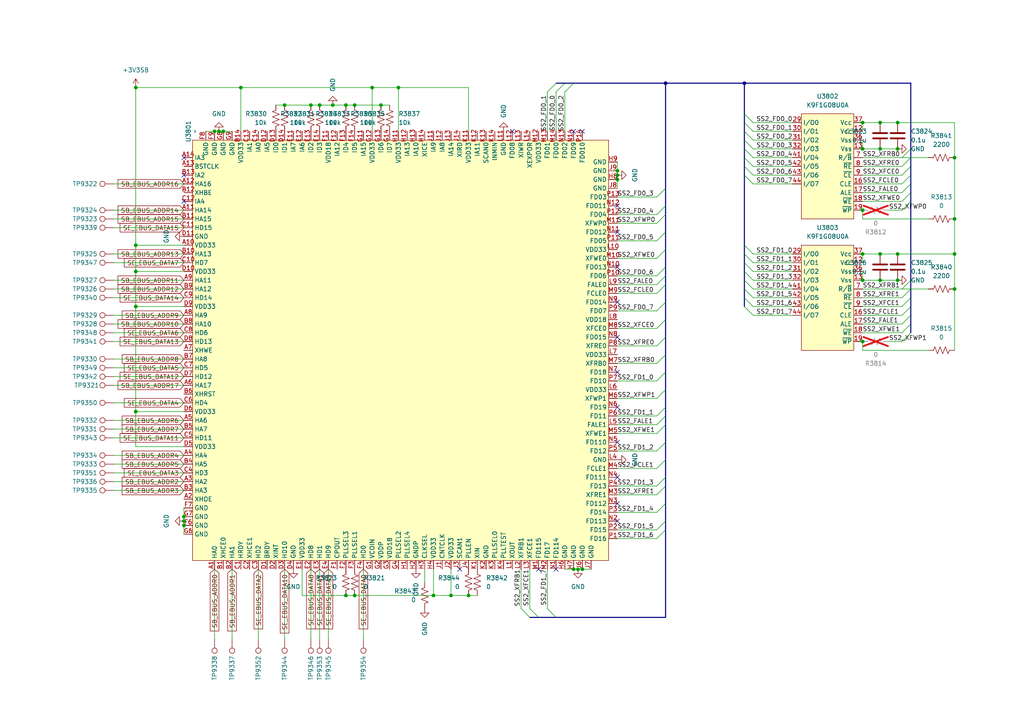
<source format=kicad_sch>
(kicad_sch (version 20231120) (generator "eeschema") (generator_version "8.0")
  (paper "A4")
  (junction (at 53.34 151.13))
  (junction (at 250.19 35.56))
  (junction (at 39.37 119.38))
  (junction (at 96.52 30.48))
  (junction (at 39.37 88.9))
  (junction (at 276.86 83.82))
  (junction (at 250.19 73.66))
  (junction (at 179.07 50.8))
  (junction (at 39.37 25.4))
  (junction (at 64.77 38.1))
  (junction (at 250.19 99.06))
  (junction (at 110.49 30.48))
  (junction (at 276.86 45.72))
  (junction (at 167.64 165.1))
  (junction (at 179.07 49.53))
  (junction (at 100.33 30.48))
  (junction (at 69.85 25.4))
  (junction (at 260.35 73.66))
  (junction (at 107.95 25.4))
  (junction (at 82.55 30.48))
  (junction (at 255.27 43.18))
  (junction (at 260.35 43.18))
  (junction (at 130.81 172.72))
  (junction (at 63.5 38.1))
  (junction (at 62.23 38.1))
  (junction (at 115.57 25.4))
  (junction (at 39.37 71.12))
  (junction (at 92.71 30.48))
  (junction (at 102.87 172.72))
  (junction (at 53.34 152.4))
  (junction (at 215.9 24.13))
  (junction (at 250.19 81.28))
  (junction (at 193.04 24.13))
  (junction (at 100.33 172.72))
  (junction (at 125.73 172.72))
  (junction (at 168.91 165.1))
  (junction (at 39.37 78.74))
  (junction (at 90.17 30.48))
  (junction (at 255.27 73.66))
  (junction (at 255.27 81.28))
  (junction (at 260.35 81.28))
  (junction (at 135.89 172.72))
  (junction (at 53.34 149.86))
  (junction (at 166.37 165.1))
  (junction (at 102.87 30.48))
  (junction (at 260.35 35.56))
  (junction (at 276.86 63.5))
  (junction (at 255.27 35.56))
  (junction (at 276.86 73.66))
  (junction (at 179.07 52.07))
  (junction (at 250.19 43.18))
  (junction (at 250.19 60.96))
  (no_connect (at 179.07 146.05))
  (no_connect (at 179.07 138.43))
  (no_connect (at 166.37 38.1))
  (no_connect (at 179.07 128.27))
  (no_connect (at 179.07 87.63))
  (no_connect (at 179.07 118.11))
  (no_connect (at 179.07 77.47))
  (no_connect (at 168.91 38.1))
  (no_connect (at 179.07 97.79))
  (no_connect (at 53.34 45.72))
  (no_connect (at 156.21 165.1))
  (no_connect (at 53.34 58.42))
  (no_connect (at 148.59 38.1))
  (no_connect (at 179.07 107.95))
  (no_connect (at 179.07 59.69))
  (no_connect (at 133.35 165.1))
  (no_connect (at 161.29 165.1))
  (no_connect (at 179.07 67.31))
  (no_connect (at 53.34 50.8))
  (no_connect (at 179.07 151.13))
  (bus_entry (at 166.37 24.13) (size -2.54 2.54))
  (bus_entry (at 215.9 35.56) (size 2.54 2.54))
  (bus_entry (at 193.04 54.61) (size -2.54 2.54))
  (bus_entry (at 193.04 133.35) (size -2.54 2.54))
  (bus_entry (at 264.16 58.42) (size -2.54 2.54))
  (bus_entry (at 151.13 176.53) (size 2.54 2.54))
  (bus_entry (at 193.04 107.95) (size -2.54 2.54))
  (bus_entry (at 193.04 120.65) (size -2.54 2.54))
  (bus_entry (at 264.16 43.18) (size -2.54 2.54))
  (bus_entry (at 153.67 176.53) (size 2.54 2.54))
  (bus_entry (at 264.16 86.36) (size -2.54 2.54))
  (bus_entry (at 193.04 97.79) (size -2.54 2.54))
  (bus_entry (at 264.16 50.8) (size -2.54 2.54))
  (bus_entry (at 193.04 72.39) (size -2.54 2.54))
  (bus_entry (at 193.04 67.31) (size -2.54 2.54))
  (bus_entry (at 193.04 118.11) (size -2.54 2.54))
  (bus_entry (at 193.04 80.01) (size -2.54 2.54))
  (bus_entry (at 264.16 45.72) (size -2.54 2.54))
  (bus_entry (at 264.16 96.52) (size -2.54 2.54))
  (bus_entry (at 193.04 82.55) (size -2.54 2.54))
  (bus_entry (at 193.04 153.67) (size -2.54 2.54))
  (bus_entry (at 193.04 77.47) (size -2.54 2.54))
  (bus_entry (at 215.9 83.82) (size 2.54 2.54))
  (bus_entry (at 193.04 59.69) (size -2.54 2.54))
  (bus_entry (at 215.9 88.9) (size 2.54 2.54))
  (bus_entry (at 215.9 71.12) (size 2.54 2.54))
  (bus_entry (at 193.04 123.19) (size -2.54 2.54))
  (bus_entry (at 215.9 38.1) (size 2.54 2.54))
  (bus_entry (at 215.9 73.66) (size 2.54 2.54))
  (bus_entry (at 264.16 55.88) (size -2.54 2.54))
  (bus_entry (at 193.04 151.13) (size -2.54 2.54))
  (bus_entry (at 193.04 92.71) (size -2.54 2.54))
  (bus_entry (at 193.04 146.05) (size -2.54 2.54))
  (bus_entry (at 215.9 78.74) (size 2.54 2.54))
  (bus_entry (at 264.16 93.98) (size -2.54 2.54))
  (bus_entry (at 215.9 50.8) (size 2.54 2.54))
  (bus_entry (at 215.9 43.18) (size 2.54 2.54))
  (bus_entry (at 215.9 48.26) (size 2.54 2.54))
  (bus_entry (at 193.04 113.03) (size -2.54 2.54))
  (bus_entry (at 264.16 83.82) (size -2.54 2.54))
  (bus_entry (at 264.16 91.44) (size -2.54 2.54))
  (bus_entry (at 193.04 62.23) (size -2.54 2.54))
  (bus_entry (at 193.04 128.27) (size -2.54 2.54))
  (bus_entry (at 215.9 76.2) (size 2.54 2.54))
  (bus_entry (at 264.16 88.9) (size -2.54 2.54))
  (bus_entry (at 264.16 53.34) (size -2.54 2.54))
  (bus_entry (at 161.29 24.13) (size -2.54 2.54))
  (bus_entry (at 193.04 102.87) (size -2.54 2.54))
  (bus_entry (at 215.9 33.02) (size 2.54 2.54))
  (bus_entry (at 163.83 24.13) (size -2.54 2.54))
  (bus_entry (at 193.04 140.97) (size -2.54 2.54))
  (bus_entry (at 264.16 81.28) (size -2.54 2.54))
  (bus_entry (at 264.16 48.26) (size -2.54 2.54))
  (bus_entry (at 215.9 86.36) (size 2.54 2.54))
  (bus_entry (at 193.04 87.63) (size -2.54 2.54))
  (bus_entry (at 215.9 45.72) (size 2.54 2.54))
  (bus_entry (at 215.9 40.64) (size 2.54 2.54))
  (bus_entry (at 215.9 81.28) (size 2.54 2.54))
  (bus_entry (at 193.04 138.43) (size -2.54 2.54))
  (bus_entry (at 158.75 176.53) (size 2.54 2.54))
  (bus (pts (xy 264.16 48.26) (xy 264.16 50.8)))
  (bus (pts (xy 193.04 138.43) (xy 193.04 140.97)))
  (wire (pts (xy 179.07 54.61) (xy 179.07 52.07)))
  (wire (pts (xy 64.77 38.1) (xy 63.5 38.1)))
  (wire (pts (xy 250.19 88.9) (xy 261.62 88.9)))
  (wire (pts (xy 250.19 40.64) (xy 250.19 43.18)))
  (wire (pts (xy 179.07 50.8) (xy 179.07 49.53)))
  (wire (pts (xy 250.19 63.5) (xy 269.24 63.5)))
  (wire (pts (xy 102.87 30.48) (xy 110.49 30.48)))
  (bus (pts (xy 215.9 35.56) (xy 215.9 33.02)))
  (wire (pts (xy 82.55 185.42) (xy 82.55 165.1)))
  (wire (pts (xy 33.02 111.76) (xy 53.34 111.76)))
  (wire (pts (xy 179.07 123.19) (xy 190.5 123.19)))
  (wire (pts (xy 105.41 185.42) (xy 105.41 165.1)))
  (bus (pts (xy 193.04 102.87) (xy 193.04 107.95)))
  (wire (pts (xy 95.25 185.42) (xy 95.25 165.1)))
  (bus (pts (xy 193.04 59.69) (xy 193.04 62.23)))
  (bus (pts (xy 215.9 45.72) (xy 215.9 43.18)))
  (bus (pts (xy 193.04 72.39) (xy 193.04 77.47)))
  (wire (pts (xy 33.02 66.04) (xy 53.34 66.04)))
  (wire (pts (xy 33.02 139.7) (xy 53.34 139.7)))
  (wire (pts (xy 250.19 55.88) (xy 261.62 55.88)))
  (bus (pts (xy 193.04 133.35) (xy 193.04 138.43)))
  (wire (pts (xy 125.73 172.72) (xy 125.73 165.1)))
  (bus (pts (xy 215.9 78.74) (xy 215.9 76.2)))
  (bus (pts (xy 193.04 151.13) (xy 193.04 153.67)))
  (wire (pts (xy 163.83 38.1) (xy 163.83 26.67)))
  (bus (pts (xy 193.04 82.55) (xy 193.04 87.63)))
  (wire (pts (xy 135.89 38.1) (xy 135.89 25.4)))
  (bus (pts (xy 193.04 118.11) (xy 193.04 120.65)))
  (wire (pts (xy 39.37 25.4) (xy 39.37 71.12)))
  (wire (pts (xy 218.44 53.34) (xy 229.87 53.34)))
  (wire (pts (xy 115.57 25.4) (xy 107.95 25.4)))
  (wire (pts (xy 107.95 38.1) (xy 107.95 25.4)))
  (wire (pts (xy 123.19 165.1) (xy 123.19 168.91)))
  (wire (pts (xy 33.02 86.36) (xy 53.34 86.36)))
  (wire (pts (xy 100.33 30.48) (xy 102.87 30.48)))
  (wire (pts (xy 218.44 86.36) (xy 229.87 86.36)))
  (wire (pts (xy 179.07 52.07) (xy 179.07 50.8)))
  (wire (pts (xy 53.34 151.13) (xy 53.34 152.4)))
  (wire (pts (xy 179.07 49.53) (xy 179.07 46.99)))
  (bus (pts (xy 166.37 24.13) (xy 193.04 24.13)))
  (wire (pts (xy 218.44 83.82) (xy 229.87 83.82)))
  (wire (pts (xy 250.19 101.6) (xy 250.19 99.06)))
  (wire (pts (xy 261.62 45.72) (xy 264.16 45.72)))
  (wire (pts (xy 257.81 60.96) (xy 261.62 60.96)))
  (wire (pts (xy 67.31 38.1) (xy 64.77 38.1)))
  (bus (pts (xy 193.04 87.63) (xy 193.04 92.71)))
  (wire (pts (xy 218.44 91.44) (xy 229.87 91.44)))
  (wire (pts (xy 167.64 165.1) (xy 168.91 165.1)))
  (wire (pts (xy 179.07 140.97) (xy 190.5 140.97)))
  (wire (pts (xy 179.07 85.09) (xy 190.5 85.09)))
  (bus (pts (xy 193.04 62.23) (xy 193.04 67.31)))
  (bus (pts (xy 193.04 24.13) (xy 193.04 54.61)))
  (bus (pts (xy 193.04 128.27) (xy 193.04 133.35)))
  (wire (pts (xy 250.19 91.44) (xy 261.62 91.44)))
  (wire (pts (xy 53.34 147.32) (xy 53.34 149.86)))
  (bus (pts (xy 264.16 83.82) (xy 264.16 86.36)))
  (bus (pts (xy 264.16 58.42) (xy 264.16 81.28)))
  (wire (pts (xy 179.07 156.21) (xy 190.5 156.21)))
  (wire (pts (xy 255.27 81.28) (xy 260.35 81.28)))
  (wire (pts (xy 33.02 127) (xy 53.34 127)))
  (wire (pts (xy 179.07 90.17) (xy 190.5 90.17)))
  (wire (pts (xy 33.02 83.82) (xy 53.34 83.82)))
  (wire (pts (xy 218.44 40.64) (xy 229.87 40.64)))
  (wire (pts (xy 179.07 120.65) (xy 190.5 120.65)))
  (bus (pts (xy 161.29 24.13) (xy 163.83 24.13)))
  (bus (pts (xy 153.67 179.07) (xy 156.21 179.07)))
  (bus (pts (xy 193.04 67.31) (xy 193.04 72.39)))
  (wire (pts (xy 90.17 30.48) (xy 92.71 30.48)))
  (bus (pts (xy 215.9 88.9) (xy 215.9 86.36)))
  (wire (pts (xy 69.85 25.4) (xy 39.37 25.4)))
  (wire (pts (xy 33.02 76.2) (xy 53.34 76.2)))
  (wire (pts (xy 62.23 185.42) (xy 62.23 165.1)))
  (bus (pts (xy 215.9 71.12) (xy 215.9 50.8)))
  (wire (pts (xy 74.93 185.42) (xy 74.93 165.1)))
  (wire (pts (xy 92.71 185.42) (xy 92.71 165.1)))
  (bus (pts (xy 264.16 86.36) (xy 264.16 88.9)))
  (bus (pts (xy 264.16 91.44) (xy 264.16 93.98)))
  (wire (pts (xy 218.44 48.26) (xy 229.87 48.26)))
  (wire (pts (xy 53.34 88.9) (xy 39.37 88.9)))
  (wire (pts (xy 62.23 38.1) (xy 59.69 38.1)))
  (wire (pts (xy 163.83 165.1) (xy 166.37 165.1)))
  (wire (pts (xy 250.19 45.72) (xy 261.62 45.72)))
  (wire (pts (xy 53.34 119.38) (xy 39.37 119.38)))
  (wire (pts (xy 218.44 38.1) (xy 229.87 38.1)))
  (wire (pts (xy 33.02 121.92) (xy 53.34 121.92)))
  (bus (pts (xy 264.16 93.98) (xy 264.16 96.52)))
  (wire (pts (xy 250.19 63.5) (xy 250.19 60.96)))
  (bus (pts (xy 193.04 140.97) (xy 193.04 146.05)))
  (wire (pts (xy 179.07 115.57) (xy 190.5 115.57)))
  (bus (pts (xy 193.04 179.07) (xy 193.04 153.67)))
  (wire (pts (xy 33.02 91.44) (xy 53.34 91.44)))
  (wire (pts (xy 276.86 73.66) (xy 260.35 73.66)))
  (wire (pts (xy 130.81 172.72) (xy 125.73 172.72)))
  (wire (pts (xy 179.07 95.25) (xy 190.5 95.25)))
  (wire (pts (xy 130.81 165.1) (xy 130.81 172.72)))
  (wire (pts (xy 179.07 143.51) (xy 190.5 143.51)))
  (wire (pts (xy 33.02 137.16) (xy 53.34 137.16)))
  (bus (pts (xy 215.9 81.28) (xy 215.9 78.74)))
  (wire (pts (xy 39.37 71.12) (xy 39.37 78.74)))
  (wire (pts (xy 87.63 165.1) (xy 87.63 172.72)))
  (wire (pts (xy 87.63 172.72) (xy 100.33 172.72)))
  (wire (pts (xy 261.62 83.82) (xy 264.16 83.82)))
  (wire (pts (xy 33.02 116.84) (xy 53.34 116.84)))
  (bus (pts (xy 161.29 179.07) (xy 193.04 179.07)))
  (bus (pts (xy 215.9 38.1) (xy 215.9 35.56)))
  (bus (pts (xy 193.04 97.79) (xy 193.04 102.87)))
  (bus (pts (xy 264.16 81.28) (xy 264.16 83.82)))
  (bus (pts (xy 193.04 77.47) (xy 193.04 80.01)))
  (wire (pts (xy 168.91 165.1) (xy 171.45 165.1)))
  (bus (pts (xy 193.04 113.03) (xy 193.04 118.11)))
  (bus (pts (xy 264.16 50.8) (xy 264.16 53.34)))
  (wire (pts (xy 33.02 73.66) (xy 53.34 73.66)))
  (wire (pts (xy 33.02 53.34) (xy 53.34 53.34)))
  (wire (pts (xy 276.86 63.5) (xy 276.86 73.66)))
  (wire (pts (xy 218.44 50.8) (xy 229.87 50.8)))
  (wire (pts (xy 33.02 63.5) (xy 53.34 63.5)))
  (bus (pts (xy 215.9 33.02) (xy 215.9 24.13)))
  (wire (pts (xy 264.16 83.82) (xy 269.24 83.82)))
  (bus (pts (xy 193.04 120.65) (xy 193.04 123.19)))
  (wire (pts (xy 63.5 38.1) (xy 62.23 38.1)))
  (wire (pts (xy 39.37 119.38) (xy 39.37 88.9)))
  (wire (pts (xy 179.07 148.59) (xy 190.5 148.59)))
  (bus (pts (xy 193.04 54.61) (xy 193.04 59.69)))
  (wire (pts (xy 110.49 30.48) (xy 113.03 30.48)))
  (wire (pts (xy 250.19 53.34) (xy 261.62 53.34)))
  (wire (pts (xy 255.27 43.18) (xy 250.19 43.18)))
  (wire (pts (xy 250.19 58.42) (xy 261.62 58.42)))
  (bus (pts (xy 215.9 86.36) (xy 215.9 83.82)))
  (bus (pts (xy 163.83 24.13) (xy 166.37 24.13)))
  (wire (pts (xy 250.19 86.36) (xy 261.62 86.36)))
  (wire (pts (xy 250.19 73.66) (xy 250.19 76.2)))
  (wire (pts (xy 179.07 153.67) (xy 190.5 153.67)))
  (wire (pts (xy 39.37 88.9) (xy 39.37 78.74)))
  (bus (pts (xy 215.9 50.8) (xy 215.9 48.26)))
  (wire (pts (xy 33.02 132.08) (xy 53.34 132.08)))
  (wire (pts (xy 218.44 81.28) (xy 229.87 81.28)))
  (wire (pts (xy 260.35 43.18) (xy 255.27 43.18)))
  (wire (pts (xy 250.19 81.28) (xy 255.27 81.28)))
  (wire (pts (xy 33.02 81.28) (xy 53.34 81.28)))
  (bus (pts (xy 193.04 92.71) (xy 193.04 97.79)))
  (wire (pts (xy 158.75 38.1) (xy 158.75 26.67)))
  (wire (pts (xy 179.07 105.41) (xy 190.5 105.41)))
  (wire (pts (xy 33.02 134.62) (xy 53.34 134.62)))
  (wire (pts (xy 276.86 83.82) (xy 276.86 101.6)))
  (wire (pts (xy 151.13 176.53) (xy 151.13 165.1)))
  (wire (pts (xy 158.75 176.53) (xy 158.75 165.1)))
  (wire (pts (xy 264.16 45.72) (xy 269.24 45.72)))
  (wire (pts (xy 218.44 45.72) (xy 229.87 45.72)))
  (wire (pts (xy 33.02 124.46) (xy 53.34 124.46)))
  (wire (pts (xy 33.02 96.52) (xy 53.34 96.52)))
  (bus (pts (xy 264.16 24.13) (xy 264.16 43.18)))
  (wire (pts (xy 255.27 73.66) (xy 260.35 73.66)))
  (wire (pts (xy 53.34 152.4) (xy 53.34 154.94)))
  (wire (pts (xy 250.19 50.8) (xy 261.62 50.8)))
  (wire (pts (xy 33.02 109.22) (xy 53.34 109.22)))
  (wire (pts (xy 179.07 110.49) (xy 190.5 110.49)))
  (wire (pts (xy 276.86 45.72) (xy 276.86 63.5)))
  (wire (pts (xy 135.89 25.4) (xy 115.57 25.4)))
  (bus (pts (xy 215.9 40.64) (xy 215.9 38.1)))
  (wire (pts (xy 250.19 35.56) (xy 250.19 38.1)))
  (wire (pts (xy 90.17 185.42) (xy 90.17 165.1)))
  (wire (pts (xy 250.19 83.82) (xy 261.62 83.82)))
  (wire (pts (xy 250.19 96.52) (xy 261.62 96.52)))
  (wire (pts (xy 67.31 185.42) (xy 67.31 165.1)))
  (wire (pts (xy 255.27 35.56) (xy 250.19 35.56)))
  (wire (pts (xy 82.55 30.48) (xy 90.17 30.48)))
  (bus (pts (xy 264.16 53.34) (xy 264.16 55.88)))
  (wire (pts (xy 179.07 74.93) (xy 190.5 74.93)))
  (wire (pts (xy 39.37 129.54) (xy 39.37 119.38)))
  (wire (pts (xy 218.44 35.56) (xy 229.87 35.56)))
  (wire (pts (xy 179.07 100.33) (xy 190.5 100.33)))
  (wire (pts (xy 179.07 80.01) (xy 190.5 80.01)))
  (wire (pts (xy 218.44 73.66) (xy 229.87 73.66)))
  (bus (pts (xy 264.16 55.88) (xy 264.16 58.42)))
  (wire (pts (xy 153.67 176.53) (xy 153.67 165.1)))
  (bus (pts (xy 215.9 83.82) (xy 215.9 81.28)))
  (wire (pts (xy 100.33 172.72) (xy 102.87 172.72)))
  (bus (pts (xy 193.04 107.95) (xy 193.04 113.03)))
  (wire (pts (xy 250.19 78.74) (xy 250.19 81.28)))
  (bus (pts (xy 156.21 179.07) (xy 161.29 179.07)))
  (wire (pts (xy 218.44 88.9) (xy 229.87 88.9)))
  (wire (pts (xy 257.81 99.06) (xy 261.62 99.06)))
  (bus (pts (xy 193.04 80.01) (xy 193.04 82.55)))
  (wire (pts (xy 130.81 172.72) (xy 135.89 172.72)))
  (wire (pts (xy 250.19 48.26) (xy 261.62 48.26)))
  (wire (pts (xy 179.07 64.77) (xy 190.5 64.77)))
  (wire (pts (xy 166.37 165.1) (xy 167.64 165.1)))
  (wire (pts (xy 102.87 172.72) (xy 125.73 172.72)))
  (wire (pts (xy 69.85 38.1) (xy 69.85 25.4)))
  (bus (pts (xy 215.9 43.18) (xy 215.9 40.64)))
  (bus (pts (xy 215.9 73.66) (xy 215.9 71.12)))
  (wire (pts (xy 276.86 35.56) (xy 260.35 35.56)))
  (wire (pts (xy 269.24 101.6) (xy 250.19 101.6)))
  (wire (pts (xy 161.29 38.1) (xy 161.29 26.67)))
  (wire (pts (xy 39.37 78.74) (xy 53.34 78.74)))
  (bus (pts (xy 215.9 76.2) (xy 215.9 73.66)))
  (wire (pts (xy 179.07 57.15) (xy 190.5 57.15)))
  (wire (pts (xy 179.07 135.89) (xy 190.5 135.89)))
  (wire (pts (xy 53.34 71.12) (xy 39.37 71.12)))
  (bus (pts (xy 193.04 123.19) (xy 193.04 128.27)))
  (wire (pts (xy 53.34 129.54) (xy 39.37 129.54)))
  (bus (pts (xy 264.16 45.72) (xy 264.16 48.26)))
  (wire (pts (xy 115.57 38.1) (xy 115.57 25.4)))
  (wire (pts (xy 179.07 130.81) (xy 190.5 130.81)))
  (wire (pts (xy 179.07 82.55) (xy 190.5 82.55)))
  (bus (pts (xy 264.16 43.18) (xy 264.16 45.72)))
  (bus (pts (xy 193.04 146.05) (xy 193.04 151.13)))
  (wire (pts (xy 33.02 60.96) (xy 53.34 60.96)))
  (wire (pts (xy 92.71 30.48) (xy 96.52 30.48)))
  (wire (pts (xy 33.02 99.06) (xy 53.34 99.06)))
  (wire (pts (xy 218.44 78.74) (xy 229.87 78.74)))
  (wire (pts (xy 250.19 73.66) (xy 255.27 73.66)))
  (bus (pts (xy 264.16 88.9) (xy 264.16 91.44)))
  (wire (pts (xy 276.86 83.82) (xy 276.86 73.66)))
  (wire (pts (xy 135.89 172.72) (xy 138.43 172.72)))
  (bus (pts (xy 193.04 24.13) (xy 215.9 24.13)))
  (wire (pts (xy 96.52 30.48) (xy 100.33 30.48)))
  (wire (pts (xy 33.02 106.68) (xy 53.34 106.68)))
  (wire (pts (xy 218.44 76.2) (xy 229.87 76.2)))
  (wire (pts (xy 107.95 25.4) (xy 69.85 25.4)))
  (wire (pts (xy 276.86 45.72) (xy 276.86 35.56)))
  (wire (pts (xy 218.44 43.18) (xy 229.87 43.18)))
  (wire (pts (xy 33.02 93.98) (xy 53.34 93.98)))
  (wire (pts (xy 80.01 30.48) (xy 82.55 30.48)))
  (wire (pts (xy 33.02 104.14) (xy 53.34 104.14)))
  (wire (pts (xy 260.35 35.56) (xy 255.27 35.56)))
  (wire (pts (xy 179.07 69.85) (xy 190.5 69.85)))
  (bus (pts (xy 215.9 24.13) (xy 264.16 24.13)))
  (wire (pts (xy 250.19 93.98) (xy 261.62 93.98)))
  (wire (pts (xy 179.07 62.23) (xy 190.5 62.23)))
  (wire (pts (xy 33.02 142.24) (xy 53.34 142.24)))
  (bus (pts (xy 215.9 48.26) (xy 215.9 45.72)))
  (wire (pts (xy 53.34 149.86) (xy 53.34 151.13)))
  (wire (pts (xy 179.07 125.73) (xy 190.5 125.73)))
  (label "SS2_FD1_0" (at 179.07 110.49 0))
  (label "SS2_FD1_2" (at 229.87 78.74 180))
  (label "SS2_FALE0" (at 250.19 55.88 0))
  (label "SS2_FD0_3" (at 229.87 43.18 180))
  (label "SS2_XFCE1" (at 153.67 165.1 270))
  (label "SS2_FALE1" (at 179.07 123.19 0))
  (label "SS2_FD0_1" (at 229.87 38.1 180))
  (label "SS2_FD1_7" (at 158.75 165.1 270))
  (label "SS2_XFRE1" (at 179.07 143.51 0))
  (label "SS2_FD0_5" (at 179.07 69.85 0))
  (label "SS2_XFWE1" (at 179.07 125.73 0))
  (label "SS2_FALE0" (at 179.07 82.55 0))
  (label "SS2_FD0_6" (at 179.07 80.01 0))
  (label "SS2_XFWE1" (at 250.19 96.52 0))
  (label "SS2_FD1_6" (at 229.87 88.9 180))
  (label "SS2_XFWP0" (at 257.81 60.96 0))
  (label "SS2_FD1_7" (at 229.87 91.44 180))
  (label "SS2_FCLE0" (at 179.07 85.09 0))
  (label "SS2_FD0_7" (at 229.87 53.34 180))
  (label "SS2_XFWE0" (at 250.19 58.42 0))
  (label "SS2_XFWE0" (at 179.07 74.93 0))
  (label "SS2_FD0_3" (at 179.07 57.15 0))
  (label "SS2_FALE1" (at 250.19 93.98 0))
  (label "SS2_FCLE0" (at 250.19 53.34 0))
  (label "SS2_FD1_0" (at 229.87 73.66 180))
  (label "SS2_FD0_5" (at 229.87 48.26 180))
  (label "SS2_FD0_0" (at 229.87 35.56 180))
  (label "SS2_FD1_3" (at 179.07 140.97 0))
  (label "SS2_XFCE1" (at 250.19 88.9 0))
  (label "SS2_XFRB1" (at 151.13 165.1 270))
  (label "SS2_XFRB0" (at 250.19 45.72 0))
  (label "SS2_FD0_4" (at 229.87 45.72 180))
  (label "SS2_FD1_2" (at 179.07 130.81 0))
  (label "SS2_FD1_4" (at 229.87 83.82 180))
  (label "SS2_FD0_6" (at 229.87 50.8 180))
  (label "SS2_XFCE0" (at 250.19 50.8 0))
  (label "SS2_XFWP0" (at 179.07 64.77 0))
  (label "SS2_XFCE0" (at 179.07 95.25 0))
  (label "SS2_FD0_2" (at 229.87 40.64 180))
  (label "SS2_FD0_0" (at 161.29 38.1 90))
  (label "SS2_XFRE0" (at 250.19 48.26 0))
  (label "SS2_XFWP1" (at 257.81 99.06 0))
  (label "SS2_FD0_7" (at 179.07 90.17 0))
  (label "SS2_XFRE0" (at 179.07 100.33 0))
  (label "SS2_FD0_2" (at 163.83 38.1 90))
  (label "SS2_XFRB1" (at 250.19 83.82 0))
  (label "SS2_FD1_5" (at 179.07 153.67 0))
  (label "SS2_XFRB0" (at 179.07 105.41 0))
  (label "SS2_FD1_4" (at 179.07 148.59 0))
  (label "SS2_FD1_6" (at 179.07 156.21 0))
  (label "SS2_XFWP1" (at 179.07 115.57 0))
  (label "SS2_XFRE1" (at 250.19 86.36 0))
  (label "SS2_FD1_3" (at 229.87 81.28 180))
  (label "SS2_FD1_5" (at 229.87 86.36 180))
  (label "SS2_FCLE1" (at 179.07 135.89 0))
  (label "SS2_FD0_1" (at 158.75 38.1 90))
  (label "SS2_FD1_1" (at 229.87 76.2 180))
  (label "SS2_FCLE1" (at 250.19 91.44 0))
  (label "SS2_FD1_1" (at 179.07 120.65 0))
  (label "SS2_FD0_4" (at 179.07 62.23 0))
  (global_label "SB_EBUS_ADDR9" (shape input) (at 53.34 91.44 180) (property "Intersheetrefs" "${INTERSHEET_REFS}" (effects (hide yes))))
  (global_label "SB_EBUS_ADDR3" (shape input) (at 53.34 142.24 180) (property "Intersheetrefs" "${INTERSHEET_REFS}" (effects (hide yes))))
  (global_label "SE_EBUS_DATA10" (shape input) (at 82.55 165.1 270) (property "Intersheetrefs" "${INTERSHEET_REFS}" (effects (hide yes))))
  (global_label "SE_EBUS_DATA1" (shape input) (at 92.71 165.1 270) (property "Intersheetrefs" "${INTERSHEET_REFS}" (effects (hide yes))))
  (global_label "SB_EBUS_ADDR7" (shape input) (at 53.34 124.46 180) (property "Intersheetrefs" "${INTERSHEET_REFS}" (effects (hide yes))))
  (global_label "SE_EBUS_DATA14" (shape input) (at 53.34 86.36 180) (property "Intersheetrefs" "${INTERSHEET_REFS}" (effects (hide yes))))
  (global_label "SB_EBUS_ADDR2" (shape input) (at 53.34 139.7 180) (property "Intersheetrefs" "${INTERSHEET_REFS}" (effects (hide yes))))
  (global_label "SE_EBUS_DATA13" (shape input) (at 53.34 99.06 180) (property "Intersheetrefs" "${INTERSHEET_REFS}" (effects (hide yes))))
  (global_label "SB_EBUS_ADDR15" (shape input) (at 53.34 63.5 180) (property "Intersheetrefs" "${INTERSHEET_REFS}" (effects (hide yes))))
  (global_label "SB_EBUS_ADDR4" (shape input) (at 53.34 132.08 180) (property "Intersheetrefs" "${INTERSHEET_REFS}" (effects (hide yes))))
  (global_label "SB_EBUS_ADDR5" (shape input) (at 53.34 134.62 180) (property "Intersheetrefs" "${INTERSHEET_REFS}" (effects (hide yes))))
  (global_label "SB_EBUS_ADDR6" (shape input) (at 53.34 121.92 180) (property "Intersheetrefs" "${INTERSHEET_REFS}" (effects (hide yes))))
  (global_label "SE_EBUS_DATA5" (shape input) (at 53.34 106.68 180) (property "Intersheetrefs" "${INTERSHEET_REFS}" (effects (hide yes))))
  (global_label "SB_EBUS_ADDR0" (shape input) (at 62.23 165.1 270) (property "Intersheetrefs" "${INTERSHEET_REFS}" (effects (hide yes))))
  (global_label "SB_EBUS_ADDR16" (shape input) (at 53.34 53.34 180) (property "Intersheetrefs" "${INTERSHEET_REFS}" (effects (hide yes))))
  (global_label "SB_EBUS_ADDR12" (shape input) (at 53.34 83.82 180) (property "Intersheetrefs" "${INTERSHEET_REFS}" (effects (hide yes))))
  (global_label "SE_EBUS_DATA4" (shape input) (at 53.34 116.84 180) (property "Intersheetrefs" "${INTERSHEET_REFS}" (effects (hide yes))))
  (global_label "SE_EBUS_DATA12" (shape input) (at 53.34 109.22 180) (property "Intersheetrefs" "${INTERSHEET_REFS}" (effects (hide yes))))
  (global_label "SB_EBUS_ADDR1" (shape input) (at 67.31 165.1 270) (property "Intersheetrefs" "${INTERSHEET_REFS}" (effects (hide yes))))
  (global_label "SE_EBUS_DATA9" (shape input) (at 95.25 165.1 270) (property "Intersheetrefs" "${INTERSHEET_REFS}" (effects (hide yes))))
  (global_label "SE_EBUS_DATA15" (shape input) (at 53.34 66.04 180) (property "Intersheetrefs" "${INTERSHEET_REFS}" (effects (hide yes))))
  (global_label "SE_EBUS_DATA3" (shape input) (at 53.34 137.16 180) (property "Intersheetrefs" "${INTERSHEET_REFS}" (effects (hide yes))))
  (global_label "SB_EBUS_ADDR11" (shape input) (at 53.34 81.28 180) (property "Intersheetrefs" "${INTERSHEET_REFS}" (effects (hide yes))))
  (global_label "SE_EBUS_DATA11" (shape input) (at 53.34 127 180) (property "Intersheetrefs" "${INTERSHEET_REFS}" (effects (hide yes))))
  (global_label "SB_EBUS_ADDR8" (shape input) (at 53.34 104.14 180) (property "Intersheetrefs" "${INTERSHEET_REFS}" (effects (hide yes))))
  (global_label "SB_EBUS_ADDR13" (shape input) (at 53.34 73.66 180) (property "Intersheetrefs" "${INTERSHEET_REFS}" (effects (hide yes))))
  (global_label "SE_EBUS_DATA6" (shape input) (at 53.34 96.52 180) (property "Intersheetrefs" "${INTERSHEET_REFS}" (effects (hide yes))))
  (global_label "SB_EBUS_ADDR14" (shape input) (at 53.34 60.96 180) (property "Intersheetrefs" "${INTERSHEET_REFS}" (effects (hide yes))))
  (global_label "SE_EBUS_DATA7" (shape input) (at 53.34 76.2 180) (property "Intersheetrefs" "${INTERSHEET_REFS}" (effects (hide yes))))
  (global_label "SB_EBUS_ADDR10" (shape input) (at 53.34 93.98 180) (property "Intersheetrefs" "${INTERSHEET_REFS}" (effects (hide yes))))
  (global_label "SE_EBUS_DATA0" (shape input) (at 105.41 165.1 270) (property "Intersheetrefs" "${INTERSHEET_REFS}" (effects (hide yes))))
  (global_label "SE_EBUS_DATA2" (shape input) (at 74.93 165.1 270) (property "Intersheetrefs" "${INTERSHEET_REFS}" (effects (hide yes))))
  (global_label "SE_EBUS_DATA8" (shape input) (at 90.17 165.1 270) (property "Intersheetrefs" "${INTERSHEET_REFS}" (effects (hide yes))))
  (global_label "SB_EBUS_ADDR17" (shape input) (at 53.34 111.76 180) (property "Intersheetrefs" "${INTERSHEET_REFS}" (effects (hide yes))))
  (symbol (lib_id "Connector:TestPoint") (at 33.02 116.84 90) (unit 1)
    (property "Reference" "TP9350" (at 24.638 116.84 90))
    (property "Value" "TestPoint" (effects (hide yes)))
    (property "Footprint" "TestPoint:TestPoint_Pad_D1.5mm" (effects (hide yes)))
    (property "Description" "test point" (effects (hide yes)))
  )
  (symbol (lib_id "power:GND") (at 179.07 133.35 90) (unit 1)
    (property "Reference" "#PWR0107" (effects (hide yes)))
    (property "Value" "GND" (at 184.15 133.35 0))
    (property "Description" "Power symbol creates a global label with name \"GND\" , ground" (effects (hide yes)))
  )
  (symbol (lib_id "Connector:TestPoint") (at 33.02 83.82 90) (unit 1)
    (property "Reference" "TP9326" (at 24.638 83.82 90))
    (property "Value" "TestPoint" (effects (hide yes)))
    (property "Footprint" "TestPoint:TestPoint_Pad_D1.5mm" (effects (hide yes)))
    (property "Description" "test point" (effects (hide yes)))
  )
  (symbol (lib_id "Device:R_US") (at 102.87 168.91 180) (unit 1)
    (property "Reference" "R3821" (at 105.41 167.6399 0) (effects (justify right)))
    (property "Value" "0" (at 105.41 170.1799 0) (effects (justify right)))
    (property "Footprint" "Resistor_SMD:R_0402_1005Metric" (effects (hide yes)))
    (property "Description" "Resistor, US symbol" (effects (hide yes)))
  )
  (symbol (lib_id "Connector:TestPoint") (at 33.02 66.04 90) (unit 1)
    (property "Reference" "TP9339" (at 24.638 66.04 90))
    (property "Value" "TestPoint" (effects (hide yes)))
    (property "Footprint" "TestPoint:TestPoint_Pad_D1.5mm" (effects (hide yes)))
    (property "Description" "test point" (effects (hide yes)))
  )
  (symbol (lib_id "Connector:TestPoint") (at 33.02 96.52 90) (unit 1)
    (property "Reference" "TP9348" (at 24.638 96.52 90))
    (property "Value" "TestPoint" (effects (hide yes)))
    (property "Footprint" "TestPoint:TestPoint_Pad_D1.5mm" (effects (hide yes)))
    (property "Description" "test point" (effects (hide yes)))
  )
  (symbol (lib_id "Connector:TestPoint") (at 33.02 104.14 90) (unit 1)
    (property "Reference" "TP9330" (at 24.638 104.14 90))
    (property "Value" "TestPoint" (effects (hide yes)))
    (property "Footprint" "TestPoint:TestPoint_Pad_D1.5mm" (effects (hide yes)))
    (property "Description" "test point" (effects (hide yes)))
  )
  (symbol (lib_id "Connector:TestPoint") (at 62.23 185.42 180) (unit 1)
    (property "Reference" "TP9338" (at 62.23 193.802 90))
    (property "Value" "TestPoint" (effects (hide yes)))
    (property "Footprint" "TestPoint:TestPoint_Pad_D1.5mm" (effects (hide yes)))
    (property "Description" "test point" (effects (hide yes)))
  )
  (symbol (lib_id "Device:R_US") (at 273.05 83.82 90) (unit 1)
    (property "Reference" "R3840" (at 273.05 77.47 90))
    (property "Value" "2200" (at 273.05 80.01 90))
    (property "Footprint" "Resistor_SMD:R_0402_1005Metric" (effects (hide yes)))
    (property "Description" "Resistor, US symbol" (effects (hide yes)))
  )
  (symbol (lib_id "PS3:K9F1G08") (at 240.03 68.58 0) (unit 1)
    (property "Reference" "U3803" (at 240.03 66.04 0))
    (property "Value" "K9F1G08U0A" (at 240.03 68.58 0))
    (property "Footprint" "Package_SO:TSOP-I-48_18.4x12mm_P0.5mm" (effects (hide yes)))
    (property "Datasheet" "https://www.alliancememory.com/wp-content/uploads/pdf/AS6C1616-TSOPI.pdf" (effects (hide yes)))
    (property "Description" "1024k x 16 bit low power CMOS SRAM" (effects (hide yes)))
  )
  (symbol (lib_id "power:GND") (at 53.34 151.13 270) (unit 1)
    (property "Reference" "#PWR080" (effects (hide yes)))
    (property "Value" "GND" (at 48.26 151.13 0))
    (property "Description" "Power symbol creates a global label with name \"GND\" , ground" (effects (hide yes)))
  )
  (symbol (lib_id "Connector:TestPoint") (at 33.02 137.16 90) (unit 1)
    (property "Reference" "TP9351" (at 24.638 137.16 90))
    (property "Value" "TestPoint" (effects (hide yes)))
    (property "Footprint" "TestPoint:TestPoint_Pad_D1.5mm" (effects (hide yes)))
    (property "Description" "test point" (effects (hide yes)))
  )
  (symbol (lib_id "Connector:TestPoint") (at 33.02 124.46 90) (unit 1)
    (property "Reference" "TP9331" (at 24.638 124.46 90))
    (property "Value" "TestPoint" (effects (hide yes)))
    (property "Footprint" "TestPoint:TestPoint_Pad_D1.5mm" (effects (hide yes)))
    (property "Description" "test point" (effects (hide yes)))
  )
  (symbol (lib_id "Connector:TestPoint") (at 33.02 142.24 90) (unit 1)
    (property "Reference" "TP9335" (at 24.638 142.24 90))
    (property "Value" "TestPoint" (effects (hide yes)))
    (property "Footprint" "TestPoint:TestPoint_Pad_D1.5mm" (effects (hide yes)))
    (property "Description" "test point" (effects (hide yes)))
  )
  (symbol (lib_id "power:GND") (at 123.19 176.53 0) (unit 1)
    (property "Reference" "#PWR0502" (effects (hide yes)))
    (property "Value" "GND" (at 123.1899 180.34 90) (effects (justify right)))
    (property "Description" "Power symbol creates a global label with name \"GND\" , ground" (effects (hide yes)))
  )
  (symbol (lib_id "power:GND") (at 179.07 50.8 90) (unit 1)
    (property "Reference" "#PWR0106" (effects (hide yes)))
    (property "Value" "GND" (at 184.15 50.8 0))
    (property "Description" "Power symbol creates a global label with name \"GND\" , ground" (effects (hide yes)))
  )
  (symbol (lib_id "Device:C") (at 255.27 39.37 0) (unit 1)
    (property "Reference" "C3823" (at 251.46 38.0999 0) (effects (justify right)))
    (property "Value" "0.1u" (at 251.46 40.6399 0) (effects (justify right)))
    (property "Footprint" "Capacitor_SMD:C_0402_1005Metric" (effects (hide yes)))
    (property "Description" "Unpolarized capacitor" (effects (hide yes)))
  )
  (symbol (lib_id "Connector:TestPoint") (at 33.02 132.08 90) (unit 1)
    (property "Reference" "TP9334" (at 24.638 132.08 90))
    (property "Value" "TestPoint" (effects (hide yes)))
    (property "Footprint" "TestPoint:TestPoint_Pad_D1.5mm" (effects (hide yes)))
    (property "Description" "test point" (effects (hide yes)))
  )
  (symbol (lib_id "Device:R_US") (at 113.03 34.29 180) (unit 1)
    (property "Reference" "R3837" (at 115.57 33.0199 0) (effects (justify right)))
    (property "Value" "10k" (at 115.57 35.5599 0) (effects (justify right)))
    (property "Footprint" "Resistor_SMD:R_0402_1005Metric" (effects (hide yes)))
    (property "Description" "Resistor, US symbol" (effects (hide yes)))
  )
  (symbol (lib_id "Device:R_US") (at 102.87 34.29 180) (unit 1)
    (property "Reference" "R3835" (at 105.41 33.0199 0) (effects (justify right)))
    (property "Value" "10k" (at 105.41 35.5599 0) (effects (justify right)))
    (property "Footprint" "Resistor_SMD:R_0402_1005Metric" (effects (hide yes)))
    (property "Description" "Resistor, US symbol" (effects (hide yes)))
  )
  (symbol (lib_id "Device:R_US") (at 135.89 168.91 0) (mirror x) (unit 1)
    (property "Reference" "R3844" (at 133.35 167.6399 0) (effects (justify right)))
    (property "Value" "0" (at 133.35 170.1799 0) (effects (justify right)))
    (property "Footprint" "Resistor_SMD:R_0402_1005Metric" (effects (hide yes)))
    (property "Description" "Resistor, US symbol" (effects (hide yes)))
  )
  (symbol (lib_id "Connector:TestPoint") (at 33.02 139.7 90) (unit 1)
    (property "Reference" "TP9336" (at 24.638 139.7 90))
    (property "Value" "TestPoint" (effects (hide yes)))
    (property "Footprint" "TestPoint:TestPoint_Pad_D1.5mm" (effects (hide yes)))
    (property "Description" "test point" (effects (hide yes)))
  )
  (symbol (lib_id "Connector:TestPoint") (at 33.02 91.44 90) (unit 1)
    (property "Reference" "TP9329" (at 24.638 91.44 90))
    (property "Value" "TestPoint" (effects (hide yes)))
    (property "Footprint" "TestPoint:TestPoint_Pad_D1.5mm" (effects (hide yes)))
    (property "Description" "test point" (effects (hide yes)))
  )
  (symbol (lib_id "Connector:TestPoint") (at 92.71 185.42 180) (unit 1)
    (property "Reference" "TP9353" (at 92.71 193.802 90))
    (property "Value" "TestPoint" (effects (hide yes)))
    (property "Footprint" "TestPoint:TestPoint_Pad_D1.5mm" (effects (hide yes)))
    (property "Description" "test point" (effects (hide yes)))
  )
  (symbol (lib_id "Device:R_US") (at 273.05 63.5 90) (unit 1)
    (property "Reference" "R3813" (at 273.05 57.15 90))
    (property "Value" "0" (at 273.05 59.69 90))
    (property "Footprint" "Resistor_SMD:R_0402_1005Metric" (effects (hide yes)))
    (property "Description" "Resistor, US symbol" (effects (hide yes)))
  )
  (symbol (lib_id "Connector:TestPoint") (at 33.02 63.5 90) (unit 1)
    (property "Reference" "TP9323" (at 24.638 63.5 90))
    (property "Value" "TestPoint" (effects (hide yes)))
    (property "Footprint" "TestPoint:TestPoint_Pad_D1.5mm" (effects (hide yes)))
    (property "Description" "test point" (effects (hide yes)))
  )
  (symbol (lib_id "Connector:TestPoint") (at 105.41 185.42 180) (unit 1)
    (property "Reference" "TP9354" (at 105.41 193.802 90))
    (property "Value" "TestPoint" (effects (hide yes)))
    (property "Footprint" "TestPoint:TestPoint_Pad_D1.5mm" (effects (hide yes)))
    (property "Description" "test point" (effects (hide yes)))
  )
  (symbol (lib_id "power:GND") (at 260.35 43.18 90) (unit 1)
    (property "Reference" "#PWR0108" (effects (hide yes)))
    (property "Value" "GND" (at 264.16 43.1799 90) (effects (justify right)))
    (property "Description" "Power symbol creates a global label with name \"GND\" , ground" (effects (hide yes)))
  )
  (symbol (lib_id "Device:R_US") (at 273.05 45.72 90) (unit 1)
    (property "Reference" "R3841" (at 273.05 39.37 90))
    (property "Value" "2200" (at 273.05 41.91 90))
    (property "Footprint" "Resistor_SMD:R_0402_1005Metric" (effects (hide yes)))
    (property "Description" "Resistor, US symbol" (effects (hide yes)))
  )
  (symbol (lib_id "Connector:TestPoint") (at 33.02 81.28 90) (unit 1)
    (property "Reference" "TP9327" (at 24.638 81.28 90))
    (property "Value" "TestPoint" (effects (hide yes)))
    (property "Footprint" "TestPoint:TestPoint_Pad_D1.5mm" (effects (hide yes)))
    (property "Description" "test point" (effects (hide yes)))
  )
  (symbol (lib_id "Connector:TestPoint") (at 33.02 99.06 90) (unit 1)
    (property "Reference" "TP9341" (at 24.638 99.06 90))
    (property "Value" "TestPoint" (effects (hide yes)))
    (property "Footprint" "TestPoint:TestPoint_Pad_D1.5mm" (effects (hide yes)))
    (property "Description" "test point" (effects (hide yes)))
  )
  (symbol (lib_id "Connector:TestPoint") (at 90.17 185.42 180) (unit 1)
    (property "Reference" "TP9346" (at 90.17 193.802 90))
    (property "Value" "TestPoint" (effects (hide yes)))
    (property "Footprint" "TestPoint:TestPoint_Pad_D1.5mm" (effects (hide yes)))
    (property "Description" "test point" (effects (hide yes)))
  )
  (symbol (lib_id "Connector:TestPoint") (at 33.02 73.66 90) (unit 1)
    (property "Reference" "TP9325" (at 24.638 73.66 90))
    (property "Value" "TestPoint" (effects (hide yes)))
    (property "Footprint" "TestPoint:TestPoint_Pad_D1.5mm" (effects (hide yes)))
    (property "Description" "test point" (effects (hide yes)))
  )
  (symbol (lib_id "Connector:TestPoint") (at 33.02 111.76 90) (unit 1)
    (property "Reference" "TP9321" (at 25.146 111.76 90))
    (property "Value" "TestPoint" (effects (hide yes)))
    (property "Footprint" "TestPoint:TestPoint_Pad_D1.5mm" (effects (hide yes)))
    (property "Description" "test point" (effects (hide yes)))
  )
  (symbol (lib_id "Connector:TestPoint") (at 67.31 185.42 180) (unit 1)
    (property "Reference" "TP9337" (at 67.31 193.802 90))
    (property "Value" "TestPoint" (effects (hide yes)))
    (property "Footprint" "TestPoint:TestPoint_Pad_D1.5mm" (effects (hide yes)))
    (property "Description" "test point" (effects (hide yes)))
  )
  (symbol (lib_id "Device:R_US") (at 80.01 34.29 0) (mirror x) (unit 1)
    (property "Reference" "R3830" (at 77.47 33.0199 0) (effects (justify right)))
    (property "Value" "10k" (at 77.47 35.5599 0) (effects (justify right)))
    (property "Footprint" "Resistor_SMD:R_0402_1005Metric" (effects (hide yes)))
    (property "Description" "Resistor, US symbol" (effects (hide yes)))
  )
  (symbol (lib_id "PS3:K9F1G08") (at 240.03 30.48 0) (unit 1)
    (property "Reference" "U3802" (at 240.03 27.94 0))
    (property "Value" "K9F1G08U0A" (at 240.03 30.48 0))
    (property "Footprint" "Package_SO:TSOP-I-48_18.4x12mm_P0.5mm" (effects (hide yes)))
    (property "Datasheet" "https://www.alliancememory.com/wp-content/uploads/pdf/AS6C1616-TSOPI.pdf" (effects (hide yes)))
    (property "Description" "1024k x 16 bit low power CMOS SRAM" (effects (hide yes)))
  )
  (symbol (lib_id "Connector:TestPoint") (at 33.02 76.2 90) (unit 1)
    (property "Reference" "TP9347" (at 24.638 76.2 90))
    (property "Value" "TestPoint" (effects (hide yes)))
    (property "Footprint" "TestPoint:TestPoint_Pad_D1.5mm" (effects (hide yes)))
    (property "Description" "test point" (effects (hide yes)))
  )
  (symbol (lib_id "Device:R_US") (at 92.71 34.29 180) (unit 1)
    (property "Reference" "R3833" (at 95.25 33.0199 0) (effects (justify right)))
    (property "Value" "10k" (at 95.25 35.5599 0) (effects (justify right)))
    (property "Footprint" "Resistor_SMD:R_0402_1005Metric" (effects (hide yes)))
    (property "Description" "Resistor, US symbol" (effects (hide yes)))
  )
  (symbol (lib_id "Device:R_US") (at 138.43 168.91 180) (unit 1)
    (property "Reference" "R3842" (at 140.97 167.6399 0) (effects (justify right)))
    (property "Value" "0" (at 140.97 170.1799 0) (effects (justify right)))
    (property "Footprint" "Resistor_SMD:R_0402_1005Metric" (effects (hide yes)))
    (property "Description" "Resistor, US symbol" (effects (hide yes)))
  )
  (symbol (lib_id "power:GND") (at 120.65 165.1 0) (unit 1)
    (property "Reference" "#PWR0103" (effects (hide yes)))
    (property "Value" "GND" (at 120.6499 168.91 90) (effects (justify right)))
    (property "Description" "Power symbol creates a global label with name \"GND\" , ground" (effects (hide yes)))
  )
  (symbol (lib_id "Device:C") (at 260.35 77.47 0) (mirror y) (unit 1)
    (property "Reference" "C3825" (at 264.16 76.1999 0) (effects (justify right)))
    (property "Value" "0.1u" (at 264.16 78.7399 0) (effects (justify right)))
    (property "Footprint" "Capacitor_SMD:C_0402_1005Metric" (effects (hide yes)))
    (property "Description" "Unpolarized capacitor" (effects (hide yes)))
  )
  (symbol (lib_id "Device:C") (at 260.35 39.37 0) (mirror y) (unit 1)
    (property "Reference" "C3824" (at 264.16 38.0999 0) (effects (justify right)))
    (property "Value" "0.1u" (at 264.16 40.6399 0) (effects (justify right)))
    (property "Footprint" "Capacitor_SMD:C_0402_1005Metric" (effects (hide yes)))
    (property "Description" "Unpolarized capacitor" (effects (hide yes)))
  )
  (symbol (lib_id "Connector:TestPoint") (at 33.02 127 90) (unit 1)
    (property "Reference" "TP9343" (at 24.638 127 90))
    (property "Value" "TestPoint" (effects (hide yes)))
    (property "Footprint" "TestPoint:TestPoint_Pad_D1.5mm" (effects (hide yes)))
    (property "Description" "test point" (effects (hide yes)))
  )
  (symbol (lib_id "Device:R_US") (at 82.55 34.29 180) (unit 1)
    (property "Reference" "R3831" (at 85.09 33.0199 0) (effects (justify right)))
    (property "Value" "10k" (at 85.09 35.5599 0) (effects (justify right)))
    (property "Footprint" "Resistor_SMD:R_0402_1005Metric" (effects (hide yes)))
    (property "Description" "Resistor, US symbol" (effects (hide yes)))
  )
  (symbol (lib_id "power:+3V3") (at 39.37 25.4 0) (unit 1)
    (property "Reference" "#PWR0501" (effects (hide yes)))
    (property "Value" "+3V3SB" (at 39.37 20.32 0))
    (property "Description" "Power symbol creates a global label with name \"+3V3\"" (effects (hide yes)))
  )
  (symbol (lib_id "Device:R_US") (at 254 99.06 270) (unit 1) (in_bom no) (dnp yes)
    (property "Reference" "R3814" (at 254 105.41 90))
    (property "Value" "0" (at 254 102.87 90))
    (property "Footprint" "Resistor_SMD:R_0402_1005Metric" (effects (hide yes)))
    (property "Description" "Resistor, US symbol" (effects (hide yes)))
  )
  (symbol (lib_id "power:GND") (at 63.5 38.1 180) (unit 1)
    (property "Reference" "#PWR0100" (effects (hide yes)))
    (property "Value" "GND" (at 63.5 33.02 0))
    (property "Description" "Power symbol creates a global label with name \"GND\" , ground" (effects (hide yes)))
  )
  (symbol (lib_id "power:GND") (at 167.64 165.1 0) (unit 1)
    (property "Reference" "#PWR0105" (effects (hide yes)))
    (property "Value" "GND" (at 167.64 170.18 0))
    (property "Description" "Power symbol creates a global label with name \"GND\" , ground" (effects (hide yes)))
  )
  (symbol (lib_id "Connector:TestPoint") (at 33.02 86.36 90) (unit 1)
    (property "Reference" "TP9340" (at 24.638 86.36 90))
    (property "Value" "TestPoint" (effects (hide yes)))
    (property "Footprint" "TestPoint:TestPoint_Pad_D1.5mm" (effects (hide yes)))
    (property "Description" "test point" (effects (hide yes)))
  )
  (symbol (lib_id "power:GND") (at 53.34 68.58 270) (unit 1)
    (property "Reference" "#PWR079" (effects (hide yes)))
    (property "Value" "GND" (at 48.26 68.58 0))
    (property "Description" "Power symbol creates a global label with name \"GND\" , ground" (effects (hide yes)))
  )
  (symbol (lib_id "Connector:TestPoint") (at 33.02 121.92 90) (unit 1)
    (property "Reference" "TP9332" (at 24.638 121.92 90))
    (property "Value" "TestPoint" (effects (hide yes)))
    (property "Footprint" "TestPoint:TestPoint_Pad_D1.5mm" (effects (hide yes)))
    (property "Description" "test point" (effects (hide yes)))
  )
  (symbol (lib_id "Device:R_US") (at 100.33 34.29 0) (mirror x) (unit 1)
    (property "Reference" "R3834" (at 97.79 33.0199 0) (effects (justify right)))
    (property "Value" "10k" (at 97.79 35.5599 0) (effects (justify right)))
    (property "Footprint" "Resistor_SMD:R_0402_1005Metric" (effects (hide yes)))
    (property "Description" "Resistor, US symbol" (effects (hide yes)))
  )
  (symbol (lib_id "Device:R_US") (at 100.33 168.91 0) (mirror x) (unit 1)
    (property "Reference" "R3823" (at 97.79 167.6399 0) (effects (justify right)))
    (property "Value" "0" (at 97.79 170.1799 0) (effects (justify right)))
    (property "Footprint" "Resistor_SMD:R_0402_1005Metric" (effects (hide yes)))
    (property "Description" "Resistor, US symbol" (effects (hide yes)))
  )
  (symbol (lib_id "Connector:TestPoint") (at 33.02 109.22 90) (unit 1)
    (property "Reference" "TP9342" (at 24.638 109.22 90))
    (property "Value" "TestPoint" (effects (hide yes)))
    (property "Footprint" "TestPoint:TestPoint_Pad_D1.5mm" (effects (hide yes)))
    (property "Description" "test point" (effects (hide yes)))
  )
  (symbol (lib_id "Device:C") (at 255.27 77.47 0) (unit 1)
    (property "Reference" "C3826" (at 251.46 76.1999 0) (effects (justify right)))
    (property "Value" "0.1u" (at 251.46 78.7399 0) (effects (justify right)))
    (property "Footprint" "Capacitor_SMD:C_0402_1005Metric" (effects (hide yes)))
    (property "Description" "Unpolarized capacitor" (effects (hide yes)))
  )
  (symbol (lib_id "power:GND") (at 146.05 38.1 180) (unit 1)
    (property "Reference" "#PWR0104" (effects (hide yes)))
    (property "Value" "GND" (at 146.0499 34.29 90) (effects (justify right)))
    (property "Description" "Power symbol creates a global label with name \"GND\" , ground" (effects (hide yes)))
  )
  (symbol (lib_id "power:GND") (at 96.52 30.48 180) (unit 1)
    (property "Reference" "#PWR0102" (effects (hide yes)))
    (property "Value" "GND" (at 96.5199 26.67 90) (effects (justify right)))
    (property "Description" "Power symbol creates a global label with name \"GND\" , ground" (effects (hide yes)))
  )
  (symbol (lib_id "Connector:TestPoint") (at 82.55 185.42 180) (unit 1)
    (property "Reference" "TP9344" (at 82.55 193.802 90))
    (property "Value" "TestPoint" (effects (hide yes)))
    (property "Footprint" "TestPoint:TestPoint_Pad_D1.5mm" (effects (hide yes)))
    (property "Description" "test point" (effects (hide yes)))
  )
  (symbol (lib_id "power:GND") (at 85.09 165.1 0) (unit 1)
    (property "Reference" "#PWR0101" (effects (hide yes)))
    (property "Value" "GND" (at 85.09 170.18 0))
    (property "Description" "Power symbol creates a global label with name \"GND\" , ground" (effects (hide yes)))
  )
  (symbol (lib_id "Connector:TestPoint") (at 33.02 60.96 90) (unit 1)
    (property "Reference" "TP9324" (at 24.638 60.96 90))
    (property "Value" "TestPoint" (effects (hide yes)))
    (property "Footprint" "TestPoint:TestPoint_Pad_D1.5mm" (effects (hide yes)))
    (property "Description" "test point" (effects (hide yes)))
  )
  (symbol (lib_id "Connector:TestPoint") (at 33.02 53.34 90) (unit 1)
    (property "Reference" "TP9322" (at 24.638 53.34 90))
    (property "Value" "TestPoint" (effects (hide yes)))
    (property "Footprint" "TestPoint:TestPoint_Pad_D1.5mm" (effects (hide yes)))
    (property "Description" "test point" (effects (hide yes)))
  )
  (symbol (lib_id "Connector:TestPoint") (at 33.02 106.68 90) (unit 1)
    (property "Reference" "TP9349" (at 24.638 106.68 90))
    (property "Value" "TestPoint" (effects (hide yes)))
    (property "Footprint" "TestPoint:TestPoint_Pad_D1.5mm" (effects (hide yes)))
    (property "Description" "test point" (effects (hide yes)))
  )
  (symbol (lib_id "Device:R_US") (at 90.17 34.29 0) (mirror x) (unit 1)
    (property "Reference" "R3832" (at 87.63 33.0199 0) (effects (justify right)))
    (property "Value" "10k" (at 87.63 35.5599 0) (effects (justify right)))
    (property "Footprint" "Resistor_SMD:R_0402_1005Metric" (effects (hide yes)))
    (property "Description" "Resistor, US symbol" (effects (hide yes)))
  )
  (symbol (lib_id "Connector:TestPoint") (at 33.02 93.98 90) (unit 1)
    (property "Reference" "TP9328" (at 24.638 93.98 90))
    (property "Value" "TestPoint" (effects (hide yes)))
    (property "Footprint" "TestPoint:TestPoint_Pad_D1.5mm" (effects (hide yes)))
    (property "Description" "test point" (effects (hide yes)))
  )
  (symbol (lib_id "power:GND") (at 260.35 81.28 90) (unit 1)
    (property "Reference" "#PWR0109" (effects (hide yes)))
    (property "Value" "GND" (at 264.16 81.2799 90) (effects (justify right)))
    (property "Description" "Power symbol creates a global label with name \"GND\" , ground" (effects (hide yes)))
  )
  (symbol (lib_id "Device:R_US") (at 254 60.96 90) (mirror x) (unit 1) (in_bom no) (dnp yes)
    (property "Reference" "R3812" (at 254 67.31 90))
    (property "Value" "0" (at 254 64.77 90))
    (property "Footprint" "Resistor_SMD:R_0402_1005Metric" (effects (hide yes)))
    (property "Description" "Resistor, US symbol" (effects (hide yes)))
  )
  (symbol (lib_id "Device:R_US") (at 273.05 101.6 90) (unit 1)
    (property "Reference" "R3815" (at 273.05 95.25 90))
    (property "Value" "0" (at 273.05 97.79 90))
    (property "Footprint" "Resistor_SMD:R_0402_1005Metric" (effects (hide yes)))
    (property "Description" "Resistor, US symbol" (effects (hide yes)))
  )
  (symbol (lib_id "PS3:CXD43") (at 116.84 101.6 90) (unit 1)
    (property "Reference" "U3801" (at 54.6414 38.1 0))
    (property "Value" "~" (at 56.5465 38.1 0))
    (property "Footprint" "PS3:Starship2" (effects (hide yes)))
  )
  (symbol (lib_id "Connector:TestPoint") (at 74.93 185.42 180) (unit 1)
    (property "Reference" "TP9352" (at 74.93 193.802 90))
    (property "Value" "TestPoint" (effects (hide yes)))
    (property "Footprint" "TestPoint:TestPoint_Pad_D1.5mm" (effects (hide yes)))
    (property "Description" "test point" (effects (hide yes)))
  )
  (symbol (lib_id "Connector:TestPoint") (at 95.25 185.42 180) (unit 1)
    (property "Reference" "TP9345" (at 95.25 193.802 90))
    (property "Value" "TestPoint" (effects (hide yes)))
    (property "Footprint" "TestPoint:TestPoint_Pad_D1.5mm" (effects (hide yes)))
    (property "Description" "test point" (effects (hide yes)))
  )
  (symbol (lib_id "Connector:TestPoint") (at 33.02 134.62 90) (unit 1)
    (property "Reference" "TP9333" (at 24.638 134.62 90))
    (property "Value" "TestPoint" (effects (hide yes)))
    (property "Footprint" "TestPoint:TestPoint_Pad_D1.5mm" (effects (hide yes)))
    (property "Description" "test point" (effects (hide yes)))
  )
  (symbol (lib_id "Device:R_US") (at 123.19 172.72 0) (mirror x) (unit 1)
    (property "Reference" "R3843" (at 120.65 171.4499 0) (effects (justify right)))
    (property "Value" "0" (at 120.65 173.9899 0) (effects (justify right)))
    (property "Footprint" "Resistor_SMD:R_0402_1005Metric" (effects (hide yes)))
    (property "Description" "Resistor, US symbol" (effects (hide yes)))
  )
  (symbol (lib_id "Device:R_US") (at 110.49 34.29 0) (mirror x) (unit 1)
    (property "Reference" "R3836" (at 107.95 33.0199 0) (effects (justify right)))
    (property "Value" "10k" (at 107.95 35.5599 0) (effects (justify right)))
    (property "Footprint" "Resistor_SMD:R_0402_1005Metric" (effects (hide yes)))
    (property "Description" "Resistor, US symbol" (effects (hide yes)))
  )
)
</source>
